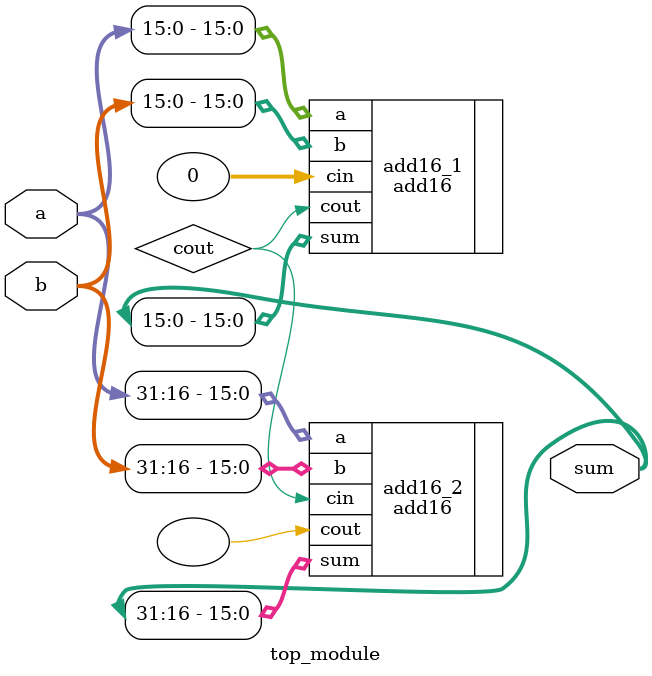
<source format=v>



module top_module(
    input [31:0] a,
    input [31:0] b,
    output [31:0] sum
);

wire cout;
add16 add16_1 (
    .a    (a[15:0]    ),
    .b    (b[15:0]    ),
    .cin    (0    ),
    .cout   (cout   ),
    .sum (sum[15:0] )
);

add16 add16_2 (
    .a    (a[31:16]    ),
    .b    (b[31:16]    ),
    .cin    (cout    ),
    .cout   (   ),
    .sum (sum[31:16] )
);

endmodule




</source>
